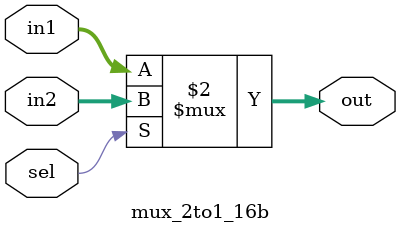
<source format=v>

module mux_2to1_16b(
     input wire sel
    ,input wire[15:0] in1
    ,input wire[15:0] in2
    ,output wire[15:0] out
);
    assign out = (sel == 1'b0) ? in1 : in2;
endmodule
</source>
